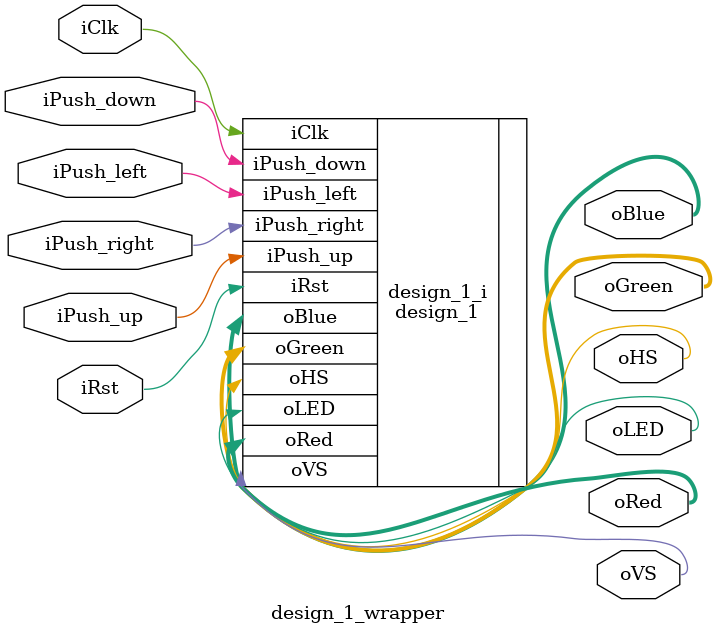
<source format=v>
`timescale 1 ps / 1 ps

module design_1_wrapper
   (iClk,
    iPush_down,
    iPush_left,
    iPush_right,
    iPush_up,
    iRst,
    oBlue,
    oGreen,
    oHS,
    oLED,
    oRed,
    oVS);
  input iClk;
  input iPush_down;
  input iPush_left;
  input iPush_right;
  input iPush_up;
  input iRst;
  output [3:0]oBlue;
  output [3:0]oGreen;
  output oHS;
  output oLED;
  output [3:0]oRed;
  output oVS;

  wire iClk;
  wire iPush_down;
  wire iPush_left;
  wire iPush_right;
  wire iPush_up;
  wire iRst;
  wire [3:0]oBlue;
  wire [3:0]oGreen;
  wire oHS;
  wire oLED;
  wire [3:0]oRed;
  wire oVS;

  design_1 design_1_i
       (.iClk(iClk),
        .iPush_down(iPush_down),
        .iPush_left(iPush_left),
        .iPush_right(iPush_right),
        .iPush_up(iPush_up),
        .iRst(iRst),
        .oBlue(oBlue),
        .oGreen(oGreen),
        .oHS(oHS),
        .oLED(oLED),
        .oRed(oRed),
        .oVS(oVS));
endmodule

</source>
